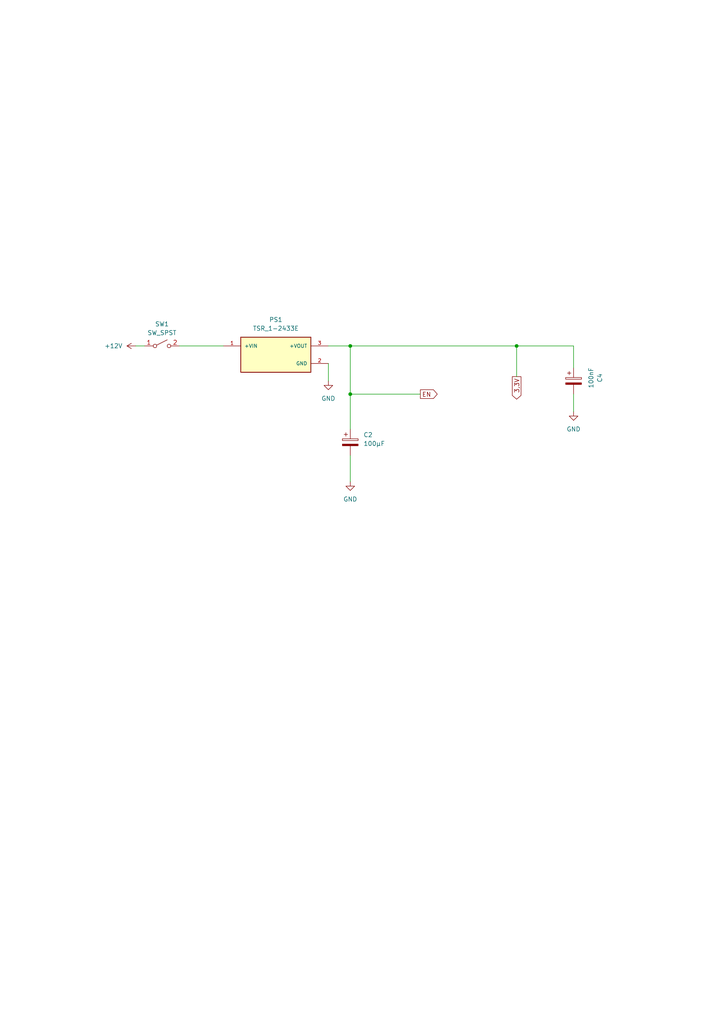
<source format=kicad_sch>
(kicad_sch (version 20231120) (generator "eeschema") (generator_version "8.0")
  (paper "A4" portrait)
  (lib_symbols
    (symbol "Device:C_Polarized" (pin_numbers hide) (pin_names (offset 0.254))
      (property "Reference" "C" (at 0.635 2.54 0))
      (property "Value" "C_Polarized" (at 0.635 -2.54 0))
      (symbol "C_Polarized_0_1"
        (rectangle (start -2.286 0.508) (end 2.286 1.016))
        (polyline (pts (xy -1.778 2.286) (xy -0.762 2.286)))
        (polyline (pts (xy -1.27 2.794) (xy -1.27 1.778)))
        (rectangle (start 2.286 -0.508) (end -2.286 -1.016) (fill (type outline)))
      )
      (symbol "C_Polarized_1_1"
        (pin passive line (at 0 3.81 270) (length 2.794) (name "~") (number "1"))
        (pin passive line (at 0 -3.81 90) (length 2.794) (name "~") (number "2"))
      )
    )
    (symbol "Switch:SW_SPST" (pin_names (offset 0) hide)
      (property "Reference" "SW" (at 0 3.175 0))
      (property "Value" "SW_SPST" (at 0 -2.54 0))
      (symbol "SW_SPST_0_0"
        (circle (center -2.032 0) (radius 0.508))
        (polyline (pts (xy -1.524 0.254) (xy 1.524 1.778)))
        (circle (center 2.032 0) (radius 0.508))
      )
      (symbol "SW_SPST_1_1"
        (pin passive line (at -5.08 0 0) (length 2.54) (name "A") (number "1"))
        (pin passive line (at 5.08 0 180) (length 2.54) (name "B") (number "2"))
      )
    )
    (symbol "TSR_1-2433E:TSR_1-2433E" (pin_names (offset 1.016))
      (property "Reference" "PS" (at -10.16 7.62 0))
      (property "Value" "TSR_1-2433E" (at -10.16 -7.62 0))
      (symbol "TSR_1-2433E_0_0"
        (rectangle (start -10.16 -5.08) (end 10.16 5.08) (stroke (width 0.254)) (fill (type background)))
        (pin input line (at -15.24 2.54 0) (length 5.08) (name "+VIN") (number "1"))
        (pin power_in line (at 15.24 -2.54 180) (length 5.08) (name "GND") (number "2"))
        (pin output line (at 15.24 2.54 180) (length 5.08) (name "+VOUT") (number "3"))
      )
    )
    (symbol "power:GND" (power) (pin_numbers hide) (pin_names (offset 0) hide)
      (property "Value" "GND" (at 0 -3.81 0))
      (symbol "GND_0_1"
        (polyline (pts (xy 0 0) (xy 0 -1.27) (xy 1.27 -1.27) (xy 0 -2.54) (xy -1.27 -1.27) (xy 0 -1.27)))
      )
      (symbol "GND_1_1"
        (pin power_in line (at 0 0 270) (length 0) (name "~") (number "1"))
      )
    )
    (symbol "power:VCC" (power) (pin_numbers hide) (pin_names (offset 0) hide)
      (property "Value" "VCC" (at 0 3.556 0))
      (symbol "VCC_0_1"
        (polyline (pts (xy -0.762 1.27) (xy 0 2.54)))
        (polyline (pts (xy 0 0) (xy 0 2.54)))
        (polyline (pts (xy 0 2.54) (xy 0.762 1.27)))
      )
      (symbol "VCC_1_1"
        (pin power_in line (at 0 0 90) (length 0) (name "~") (number "1"))
      )
    )
  )
  (junction (at 149.86 100.33))
  (junction (at 101.6 100.33))
  (junction (at 101.6 114.3))
  (wire (pts (xy 101.6 114.3) (xy 121.92 114.3)))
  (wire (pts (xy 101.6 132.08) (xy 101.6 139.7)))
  (wire (pts (xy 52.07 100.33) (xy 64.77 100.33)))
  (wire (pts (xy 101.6 100.33) (xy 149.86 100.33)))
  (wire (pts (xy 95.25 105.41) (xy 95.25 110.49)))
  (wire (pts (xy 166.37 106.68) (xy 166.37 100.33)))
  (wire (pts (xy 39.37 100.33) (xy 41.91 100.33)))
  (wire (pts (xy 101.6 100.33) (xy 101.6 114.3)))
  (wire (pts (xy 149.86 100.33) (xy 149.86 109.22)))
  (wire (pts (xy 101.6 114.3) (xy 101.6 124.46)))
  (wire (pts (xy 95.25 100.33) (xy 101.6 100.33)))
  (wire (pts (xy 149.86 100.33) (xy 166.37 100.33)))
  (wire (pts (xy 166.37 114.3) (xy 166.37 119.38)))
  (global_label "EN" (shape output) (at 121.92 114.3 0) (property "Intersheetrefs" "${INTERSHEET_REFS}" (effects (hide yes))))
  (global_label "3,3V" (shape output) (at 149.86 109.22 270) (property "Intersheetrefs" "${INTERSHEET_REFS}" (effects (hide yes))))
  (symbol (lib_id "Device:C_Polarized") (at 101.6 128.27 0) (unit 1)
    (property "Reference" "C2" (at 105.41 126.1109 0) (effects (justify left)))
    (property "Value" "100µF" (at 105.41 128.6509 0) (effects (justify left)))
    (property "Footprint" "CUSTOM_Footprint:CAPAE1030X1050N" (effects (hide yes)))
    (property "Datasheet" "chrome-extension://efaidnbmnnnibpcajpcglclefindmkaj/https://www.we-online.com/components/products/datasheet/865060343005.pdf" (effects (hide yes)))
    (property "Description" "Polarized capacitor" (effects (hide yes)))
  )
  (symbol (lib_id "power:GND") (at 101.6 139.7 0) (unit 1)
    (property "Reference" "#PWR012" (effects (hide yes)))
    (property "Value" "GND" (at 101.6 144.78 0))
    (property "Description" "Power symbol creates a global label with name \"GND\" , ground" (effects (hide yes)))
  )
  (symbol (lib_id "power:VCC") (at 39.37 100.33 90) (unit 1)
    (property "Reference" "#PWR01" (effects (hide yes)))
    (property "Value" "+12V" (at 35.56 100.3299 90) (effects (justify left)))
    (property "Description" "Power symbol creates a global label with name \"VCC\"" (effects (hide yes)))
  )
  (symbol (lib_id "Device:C_Polarized") (at 166.37 110.49 0) (unit 1)
    (property "Reference" "C4" (at 173.99 109.601 90))
    (property "Value" "100nF" (at 171.45 109.601 90))
    (property "Footprint" "CUSTOM_Footprint:CAPAE1030X1050N" (effects (hide yes)))
    (property "Datasheet" "chrome-extension://efaidnbmnnnibpcajpcglclefindmkaj/https://www.we-online.com/components/products/datasheet/865060343005.pdf" (effects (hide yes)))
    (property "Description" "Polarized capacitor" (effects (hide yes)))
  )
  (symbol (lib_id "Switch:SW_SPST") (at 46.99 100.33 0) (unit 1)
    (property "Reference" "SW1" (at 46.99 93.98 0))
    (property "Value" "SW_SPST" (at 46.99 96.52 0))
    (property "Footprint" "CUSTOM_Footprint:WUE_SW_471001264143_2_00-3_00_" (effects (hide yes)))
    (property "Datasheet" "chrome-extension://efaidnbmnnnibpcajpcglclefindmkaj/https://www.we-online.com/components/products/datasheet/471001264143.pdf" (effects (hide yes)))
    (property "Description" "Single Pole Single Throw (SPST) switch" (effects (hide yes)))
  )
  (symbol (lib_id "TSR_1-2433E:TSR_1-2433E") (at 80.01 102.87 0) (unit 1)
    (property "Reference" "PS1" (at 80.01 92.71 0))
    (property "Value" "TSR_1-2433E" (at 80.01 95.25 0))
    (property "Footprint" "Template:CONV_TSR_1-2433E" (effects (hide yes)))
    (property "Datasheet" "https://www.reichelt.de/dc-dc-wandler-tsr-1-1-w-3-3-v-1000-ma-sil-to-220-tsr-1-2433-p116849.html?search=tsr1" (effects (hide yes)))
    (property "MF" "Traco Power" (effects (hide yes)))
    (property "MAXIMUM_PACKAGE_HEIGHT" "10.2mm" (effects (hide yes)))
    (property "Package" "NON STANDARD-3 Traco Power" (effects (hide yes)))
    (property "Price" "None" (effects (hide yes)))
    (property "Check_prices" "https://www.snapeda.com/parts/TSR%201-2433E/Traco+Power/view-part/?ref=eda" (effects (hide yes)))
    (property "STANDARD" "Manufacturer Recommendations" (effects (hide yes)))
    (property "PARTREV" "May 25, 2020" (effects (hide yes)))
    (property "SnapEDA_Link" "https://www.snapeda.com/parts/TSR%201-2433E/Traco+Power/view-part/?ref=snap" (effects (hide yes)))
    (property "MP" "TSR 1-2433E" (effects (hide yes)))
    (property "Description_1" "\n1 Amp POL converter, industrial, wide input range, pos.-pos. circuit, cost efficient, LM78 compatible, SIP-3\n" (effects (hide yes)))
    (property "Availability" "In Stock" (effects (hide yes)))
    (property "MANUFACTURER" "Traco Power" (effects (hide yes)))
  )
  (symbol (lib_id "power:GND") (at 166.37 119.38 0) (unit 1)
    (property "Reference" "#PWR013" (effects (hide yes)))
    (property "Value" "GND" (at 166.37 124.46 0))
    (property "Description" "Power symbol creates a global label with name \"GND\" , ground" (effects (hide yes)))
  )
  (symbol (lib_id "power:GND") (at 95.25 110.49 0) (unit 1)
    (property "Reference" "#PWR011" (effects (hide yes)))
    (property "Value" "GND" (at 95.25 115.57 0))
    (property "Description" "Power symbol creates a global label with name \"GND\" , ground" (effects (hide yes)))
  )
)
</source>
